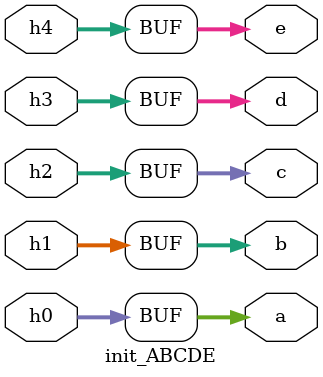
<source format=v>
`timescale 1ns / 1ps


module init_ABCDE(input wire [31:0]h0,
                  input wire [31:0]h1,
                  input wire [31:0]h2,
                  input wire [31:0]h3,
                  input wire [31:0]h4,
                  output wire [31:0]a,
                  output wire [31:0]b,
                  output wire [31:0]c,
                  output wire [31:0]d,
                  output wire [31:0]e
    );
assign a = h0;
assign b = h1;
assign c = h2;
assign d = h3;
assign e = h4;
endmodule

</source>
